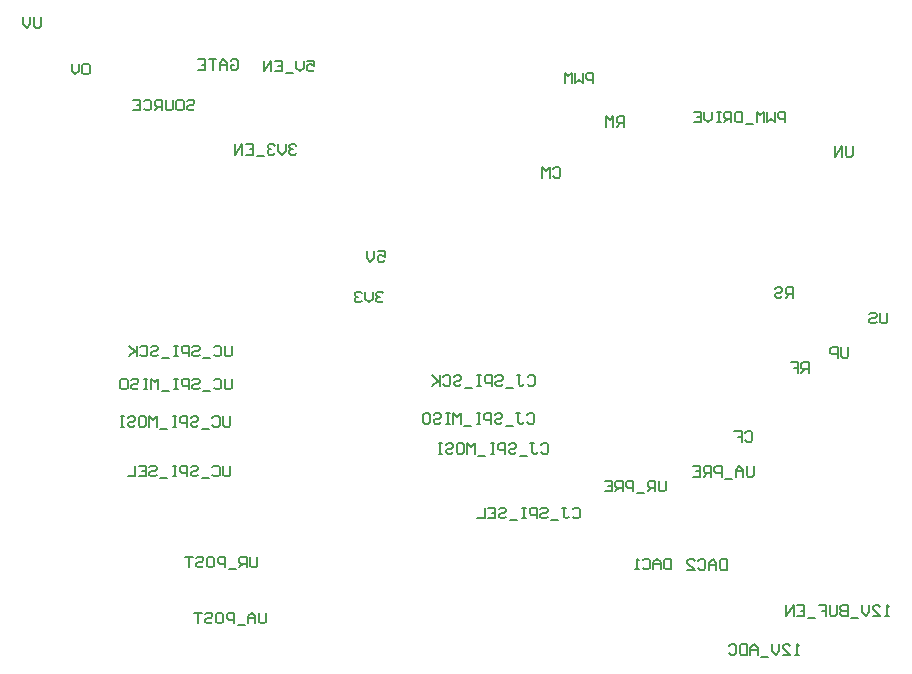
<source format=gbo>
G04*
G04 #@! TF.GenerationSoftware,Altium Limited,Altium Designer,18.1.9 (240)*
G04*
G04 Layer_Color=32896*
%FSLAX25Y25*%
%MOIN*%
G70*
G01*
G75*
%ADD15C,0.00800*%
D15*
X257601Y90999D02*
X258201Y91599D01*
X259400D01*
X260000Y90999D01*
Y88600D01*
X259400Y88000D01*
X258201D01*
X257601Y88600D01*
X254002Y91599D02*
X255202D01*
X254602D01*
Y88600D01*
X255202Y88000D01*
X255801D01*
X256401Y88600D01*
X252802Y87400D02*
X250403D01*
X246804Y90999D02*
X247404Y91599D01*
X248604D01*
X249203Y90999D01*
Y90399D01*
X248604Y89799D01*
X247404D01*
X246804Y89200D01*
Y88600D01*
X247404Y88000D01*
X248604D01*
X249203Y88600D01*
X245605Y88000D02*
Y91599D01*
X243805D01*
X243205Y90999D01*
Y89799D01*
X243805Y89200D01*
X245605D01*
X242006Y91599D02*
X240806D01*
X241406D01*
Y88000D01*
X242006D01*
X240806D01*
X239007Y87400D02*
X236608D01*
X233009Y90999D02*
X233609Y91599D01*
X234808D01*
X235408Y90999D01*
Y90399D01*
X234808Y89799D01*
X233609D01*
X233009Y89200D01*
Y88600D01*
X233609Y88000D01*
X234808D01*
X235408Y88600D01*
X229410Y91599D02*
X231809D01*
Y88000D01*
X229410D01*
X231809Y89799D02*
X230609D01*
X228210Y91599D02*
Y88000D01*
X225811D01*
X247101Y112499D02*
X247701Y113099D01*
X248900D01*
X249500Y112499D01*
Y110100D01*
X248900Y109500D01*
X247701D01*
X247101Y110100D01*
X243502Y113099D02*
X244702D01*
X244102D01*
Y110100D01*
X244702Y109500D01*
X245301D01*
X245901Y110100D01*
X242302Y108900D02*
X239903D01*
X236304Y112499D02*
X236904Y113099D01*
X238104D01*
X238703Y112499D01*
Y111899D01*
X238104Y111299D01*
X236904D01*
X236304Y110700D01*
Y110100D01*
X236904Y109500D01*
X238104D01*
X238703Y110100D01*
X235105Y109500D02*
Y113099D01*
X233305D01*
X232705Y112499D01*
Y111299D01*
X233305Y110700D01*
X235105D01*
X231506Y113099D02*
X230306D01*
X230906D01*
Y109500D01*
X231506D01*
X230306D01*
X228507Y108900D02*
X226108D01*
X224908Y109500D02*
Y113099D01*
X223708Y111899D01*
X222509Y113099D01*
Y109500D01*
X219510Y113099D02*
X220709D01*
X221309Y112499D01*
Y110100D01*
X220709Y109500D01*
X219510D01*
X218910Y110100D01*
Y112499D01*
X219510Y113099D01*
X215311Y112499D02*
X215911Y113099D01*
X217110D01*
X217710Y112499D01*
Y111899D01*
X217110Y111299D01*
X215911D01*
X215311Y110700D01*
Y110100D01*
X215911Y109500D01*
X217110D01*
X217710Y110100D01*
X214111Y113099D02*
X212912D01*
X213512D01*
Y109500D01*
X214111D01*
X212912D01*
X242434Y122499D02*
X243034Y123099D01*
X244233D01*
X244833Y122499D01*
Y120100D01*
X244233Y119500D01*
X243034D01*
X242434Y120100D01*
X238835Y123099D02*
X240035D01*
X239435D01*
Y120100D01*
X240035Y119500D01*
X240634D01*
X241234Y120100D01*
X237635Y118900D02*
X235236D01*
X231637Y122499D02*
X232237Y123099D01*
X233437D01*
X234036Y122499D01*
Y121899D01*
X233437Y121299D01*
X232237D01*
X231637Y120700D01*
Y120100D01*
X232237Y119500D01*
X233437D01*
X234036Y120100D01*
X230438Y119500D02*
Y123099D01*
X228638D01*
X228039Y122499D01*
Y121299D01*
X228638Y120700D01*
X230438D01*
X226839Y123099D02*
X225639D01*
X226239D01*
Y119500D01*
X226839D01*
X225639D01*
X223840Y118900D02*
X221441D01*
X220241Y119500D02*
Y123099D01*
X219041Y121899D01*
X217842Y123099D01*
Y119500D01*
X216642Y123099D02*
X215442D01*
X216042D01*
Y119500D01*
X216642D01*
X215442D01*
X211244Y122499D02*
X211844Y123099D01*
X213043D01*
X213643Y122499D01*
Y121899D01*
X213043Y121299D01*
X211844D01*
X211244Y120700D01*
Y120100D01*
X211844Y119500D01*
X213043D01*
X213643Y120100D01*
X208245Y123099D02*
X209444D01*
X210044Y122499D01*
Y120100D01*
X209444Y119500D01*
X208245D01*
X207645Y120100D01*
Y122499D01*
X208245Y123099D01*
X242601Y135058D02*
X243201Y135658D01*
X244400D01*
X245000Y135058D01*
Y132659D01*
X244400Y132059D01*
X243201D01*
X242601Y132659D01*
X239002Y135658D02*
X240201D01*
X239602D01*
Y132659D01*
X240201Y132059D01*
X240801D01*
X241401Y132659D01*
X237802Y131459D02*
X235403D01*
X231804Y135058D02*
X232404Y135658D01*
X233604D01*
X234204Y135058D01*
Y134458D01*
X233604Y133859D01*
X232404D01*
X231804Y133259D01*
Y132659D01*
X232404Y132059D01*
X233604D01*
X234204Y132659D01*
X230605Y132059D02*
Y135658D01*
X228805D01*
X228205Y135058D01*
Y133859D01*
X228805Y133259D01*
X230605D01*
X227006Y135658D02*
X225806D01*
X226406D01*
Y132059D01*
X227006D01*
X225806D01*
X224007Y131459D02*
X221607D01*
X218009Y135058D02*
X218608Y135658D01*
X219808D01*
X220408Y135058D01*
Y134458D01*
X219808Y133859D01*
X218608D01*
X218009Y133259D01*
Y132659D01*
X218608Y132059D01*
X219808D01*
X220408Y132659D01*
X214410Y135058D02*
X215010Y135658D01*
X216209D01*
X216809Y135058D01*
Y132659D01*
X216209Y132059D01*
X215010D01*
X214410Y132659D01*
X213210Y135658D02*
Y132059D01*
Y133259D01*
X210811Y135658D01*
X212610Y133859D01*
X210811Y132059D01*
X144000Y134599D02*
Y131600D01*
X143400Y131000D01*
X142201D01*
X141601Y131600D01*
Y134599D01*
X138002Y133999D02*
X138602Y134599D01*
X139801D01*
X140401Y133999D01*
Y131600D01*
X139801Y131000D01*
X138602D01*
X138002Y131600D01*
X136802Y130400D02*
X134403D01*
X130804Y133999D02*
X131404Y134599D01*
X132604D01*
X133203Y133999D01*
Y133399D01*
X132604Y132799D01*
X131404D01*
X130804Y132200D01*
Y131600D01*
X131404Y131000D01*
X132604D01*
X133203Y131600D01*
X129605Y131000D02*
Y134599D01*
X127805D01*
X127205Y133999D01*
Y132799D01*
X127805Y132200D01*
X129605D01*
X126006Y134599D02*
X124806D01*
X125406D01*
Y131000D01*
X126006D01*
X124806D01*
X123007Y130400D02*
X120607D01*
X119408Y131000D02*
Y134599D01*
X118208Y133399D01*
X117009Y134599D01*
Y131000D01*
X115809Y134599D02*
X114610D01*
X115209D01*
Y131000D01*
X115809D01*
X114610D01*
X110411Y133999D02*
X111011Y134599D01*
X112210D01*
X112810Y133999D01*
Y133399D01*
X112210Y132799D01*
X111011D01*
X110411Y132200D01*
Y131600D01*
X111011Y131000D01*
X112210D01*
X112810Y131600D01*
X107412Y134599D02*
X108611D01*
X109211Y133999D01*
Y131600D01*
X108611Y131000D01*
X107412D01*
X106812Y131600D01*
Y133999D01*
X107412Y134599D01*
X143500Y122099D02*
Y119100D01*
X142900Y118500D01*
X141701D01*
X141101Y119100D01*
Y122099D01*
X137502Y121499D02*
X138102Y122099D01*
X139301D01*
X139901Y121499D01*
Y119100D01*
X139301Y118500D01*
X138102D01*
X137502Y119100D01*
X136302Y117900D02*
X133903D01*
X130304Y121499D02*
X130904Y122099D01*
X132104D01*
X132703Y121499D01*
Y120899D01*
X132104Y120299D01*
X130904D01*
X130304Y119700D01*
Y119100D01*
X130904Y118500D01*
X132104D01*
X132703Y119100D01*
X129105Y118500D02*
Y122099D01*
X127305D01*
X126705Y121499D01*
Y120299D01*
X127305Y119700D01*
X129105D01*
X125506Y122099D02*
X124306D01*
X124906D01*
Y118500D01*
X125506D01*
X124306D01*
X122507Y117900D02*
X120107D01*
X118908Y118500D02*
Y122099D01*
X117708Y120899D01*
X116509Y122099D01*
Y118500D01*
X113510Y122099D02*
X114709D01*
X115309Y121499D01*
Y119100D01*
X114709Y118500D01*
X113510D01*
X112910Y119100D01*
Y121499D01*
X113510Y122099D01*
X109311Y121499D02*
X109911Y122099D01*
X111110D01*
X111710Y121499D01*
Y120899D01*
X111110Y120299D01*
X109911D01*
X109311Y119700D01*
Y119100D01*
X109911Y118500D01*
X111110D01*
X111710Y119100D01*
X108111Y122099D02*
X106912D01*
X107512D01*
Y118500D01*
X108111D01*
X106912D01*
X143500Y105599D02*
Y102600D01*
X142900Y102000D01*
X141701D01*
X141101Y102600D01*
Y105599D01*
X137502Y104999D02*
X138102Y105599D01*
X139301D01*
X139901Y104999D01*
Y102600D01*
X139301Y102000D01*
X138102D01*
X137502Y102600D01*
X136302Y101400D02*
X133903D01*
X130304Y104999D02*
X130904Y105599D01*
X132104D01*
X132703Y104999D01*
Y104399D01*
X132104Y103799D01*
X130904D01*
X130304Y103200D01*
Y102600D01*
X130904Y102000D01*
X132104D01*
X132703Y102600D01*
X129105Y102000D02*
Y105599D01*
X127305D01*
X126705Y104999D01*
Y103799D01*
X127305Y103200D01*
X129105D01*
X125506Y105599D02*
X124306D01*
X124906D01*
Y102000D01*
X125506D01*
X124306D01*
X122507Y101400D02*
X120107D01*
X116509Y104999D02*
X117109Y105599D01*
X118308D01*
X118908Y104999D01*
Y104399D01*
X118308Y103799D01*
X117109D01*
X116509Y103200D01*
Y102600D01*
X117109Y102000D01*
X118308D01*
X118908Y102600D01*
X112910Y105599D02*
X115309D01*
Y102000D01*
X112910D01*
X115309Y103799D02*
X114110D01*
X111710Y105599D02*
Y102000D01*
X109311D01*
X144000Y145599D02*
Y142600D01*
X143400Y142000D01*
X142201D01*
X141601Y142600D01*
Y145599D01*
X138002Y144999D02*
X138602Y145599D01*
X139801D01*
X140401Y144999D01*
Y142600D01*
X139801Y142000D01*
X138602D01*
X138002Y142600D01*
X136802Y141400D02*
X134403D01*
X130804Y144999D02*
X131404Y145599D01*
X132604D01*
X133203Y144999D01*
Y144399D01*
X132604Y143799D01*
X131404D01*
X130804Y143200D01*
Y142600D01*
X131404Y142000D01*
X132604D01*
X133203Y142600D01*
X129605Y142000D02*
Y145599D01*
X127805D01*
X127205Y144999D01*
Y143799D01*
X127805Y143200D01*
X129605D01*
X126006Y145599D02*
X124806D01*
X125406D01*
Y142000D01*
X126006D01*
X124806D01*
X123007Y141400D02*
X120607D01*
X117009Y144999D02*
X117608Y145599D01*
X118808D01*
X119408Y144999D01*
Y144399D01*
X118808Y143799D01*
X117608D01*
X117009Y143200D01*
Y142600D01*
X117608Y142000D01*
X118808D01*
X119408Y142600D01*
X113410Y144999D02*
X114010Y145599D01*
X115209D01*
X115809Y144999D01*
Y142600D01*
X115209Y142000D01*
X114010D01*
X113410Y142600D01*
X112210Y145599D02*
Y142000D01*
Y143200D01*
X109811Y145599D01*
X111610Y143799D01*
X109811Y142000D01*
X251101Y204499D02*
X251701Y205099D01*
X252900D01*
X253500Y204499D01*
Y202100D01*
X252900Y201500D01*
X251701D01*
X251101Y202100D01*
X249901Y201500D02*
Y205099D01*
X248702Y203899D01*
X247502Y205099D01*
Y201500D01*
X274733Y218500D02*
Y222099D01*
X272934D01*
X272334Y221499D01*
Y220299D01*
X272934Y219700D01*
X274733D01*
X273533D02*
X272334Y218500D01*
X271134D02*
Y222099D01*
X269935Y220899D01*
X268735Y222099D01*
Y218500D01*
X264500Y233000D02*
Y236599D01*
X262701D01*
X262101Y235999D01*
Y234799D01*
X262701Y234200D01*
X264500D01*
X260901Y236599D02*
Y233000D01*
X259701Y234200D01*
X258502Y233000D01*
Y236599D01*
X257302Y233000D02*
Y236599D01*
X256103Y235399D01*
X254903Y236599D01*
Y233000D01*
X328500Y220000D02*
Y223599D01*
X326701D01*
X326101Y222999D01*
Y221799D01*
X326701Y221200D01*
X328500D01*
X324901Y223599D02*
Y220000D01*
X323702Y221200D01*
X322502Y220000D01*
Y223599D01*
X321302Y220000D02*
Y223599D01*
X320103Y222399D01*
X318903Y223599D01*
Y220000D01*
X317704Y219400D02*
X315304D01*
X314105Y223599D02*
Y220000D01*
X312305D01*
X311705Y220600D01*
Y222999D01*
X312305Y223599D01*
X314105D01*
X310506Y220000D02*
Y223599D01*
X308706D01*
X308107Y222999D01*
Y221799D01*
X308706Y221200D01*
X310506D01*
X309306D02*
X308107Y220000D01*
X306907Y223599D02*
X305707D01*
X306307D01*
Y220000D01*
X306907D01*
X305707D01*
X303908Y223599D02*
Y221200D01*
X302708Y220000D01*
X301509Y221200D01*
Y223599D01*
X297910D02*
X300309D01*
Y220000D01*
X297910D01*
X300309Y221799D02*
X299110D01*
X351000Y212099D02*
Y209100D01*
X350400Y208500D01*
X349201D01*
X348601Y209100D01*
Y212099D01*
X347401Y208500D02*
Y212099D01*
X345002Y208500D01*
Y212099D01*
X331000Y161500D02*
Y165099D01*
X329201D01*
X328601Y164499D01*
Y163299D01*
X329201Y162700D01*
X331000D01*
X329800D02*
X328601Y161500D01*
X325002Y164499D02*
X325602Y165099D01*
X326801D01*
X327401Y164499D01*
Y163899D01*
X326801Y163299D01*
X325602D01*
X325002Y162700D01*
Y162100D01*
X325602Y161500D01*
X326801D01*
X327401Y162100D01*
X362500Y156599D02*
Y153600D01*
X361900Y153000D01*
X360701D01*
X360101Y153600D01*
Y156599D01*
X356502Y155999D02*
X357102Y156599D01*
X358301D01*
X358901Y155999D01*
Y155399D01*
X358301Y154799D01*
X357102D01*
X356502Y154200D01*
Y153600D01*
X357102Y153000D01*
X358301D01*
X358901Y153600D01*
X349500Y145099D02*
Y142100D01*
X348900Y141500D01*
X347701D01*
X347101Y142100D01*
Y145099D01*
X345901Y141500D02*
Y145099D01*
X344102D01*
X343502Y144499D01*
Y143299D01*
X344102Y142700D01*
X345901D01*
X336250Y136500D02*
Y140099D01*
X334451D01*
X333851Y139499D01*
Y138299D01*
X334451Y137700D01*
X336250D01*
X335050D02*
X333851Y136500D01*
X330252Y140099D02*
X332651D01*
Y138299D01*
X331452D01*
X332651D01*
Y136500D01*
X315101Y116499D02*
X315701Y117099D01*
X316900D01*
X317500Y116499D01*
Y114100D01*
X316900Y113500D01*
X315701D01*
X315101Y114100D01*
X311502Y117099D02*
X313901D01*
Y115299D01*
X312702D01*
X313901D01*
Y113500D01*
X288661Y100599D02*
Y97600D01*
X288062Y97000D01*
X286862D01*
X286262Y97600D01*
Y100599D01*
X285063Y97000D02*
Y100599D01*
X283263D01*
X282663Y99999D01*
Y98799D01*
X283263Y98200D01*
X285063D01*
X283863D02*
X282663Y97000D01*
X281464Y96400D02*
X279064D01*
X277865Y97000D02*
Y100599D01*
X276065D01*
X275466Y99999D01*
Y98799D01*
X276065Y98200D01*
X277865D01*
X274266Y97000D02*
Y100599D01*
X272467D01*
X271867Y99999D01*
Y98799D01*
X272467Y98200D01*
X274266D01*
X273066D02*
X271867Y97000D01*
X268268Y100599D02*
X270667D01*
Y97000D01*
X268268D01*
X270667Y98799D02*
X269468D01*
X318000Y105499D02*
Y102500D01*
X317400Y101900D01*
X316201D01*
X315601Y102500D01*
Y105499D01*
X314401Y101900D02*
Y104299D01*
X313201Y105499D01*
X312002Y104299D01*
Y101900D01*
Y103699D01*
X314401D01*
X310802Y101300D02*
X308403D01*
X307204Y101900D02*
Y105499D01*
X305404D01*
X304804Y104899D01*
Y103699D01*
X305404Y103100D01*
X307204D01*
X303605Y101900D02*
Y105499D01*
X301805D01*
X301205Y104899D01*
Y103699D01*
X301805Y103100D01*
X303605D01*
X302405D02*
X301205Y101900D01*
X297607Y105499D02*
X300006D01*
Y101900D01*
X297607D01*
X300006Y103699D02*
X298806D01*
X155465Y56599D02*
Y53600D01*
X154866Y53000D01*
X153666D01*
X153066Y53600D01*
Y56599D01*
X151866Y53000D02*
Y55399D01*
X150667Y56599D01*
X149467Y55399D01*
Y53000D01*
Y54799D01*
X151866D01*
X148268Y52400D02*
X145869D01*
X144669Y53000D02*
Y56599D01*
X142869D01*
X142270Y55999D01*
Y54799D01*
X142869Y54200D01*
X144669D01*
X139271Y56599D02*
X140470D01*
X141070Y55999D01*
Y53600D01*
X140470Y53000D01*
X139271D01*
X138671Y53600D01*
Y55999D01*
X139271Y56599D01*
X135072Y55999D02*
X135672Y56599D01*
X136871D01*
X137471Y55999D01*
Y55399D01*
X136871Y54799D01*
X135672D01*
X135072Y54200D01*
Y53600D01*
X135672Y53000D01*
X136871D01*
X137471Y53600D01*
X133872Y56599D02*
X131473D01*
X132673D01*
Y53000D01*
X152500Y75249D02*
Y72250D01*
X151900Y71650D01*
X150701D01*
X150101Y72250D01*
Y75249D01*
X148901Y71650D02*
Y75249D01*
X147102D01*
X146502Y74649D01*
Y73449D01*
X147102Y72850D01*
X148901D01*
X147702D02*
X146502Y71650D01*
X145302Y71050D02*
X142903D01*
X141703Y71650D02*
Y75249D01*
X139904D01*
X139304Y74649D01*
Y73449D01*
X139904Y72850D01*
X141703D01*
X136305Y75249D02*
X137505D01*
X138105Y74649D01*
Y72250D01*
X137505Y71650D01*
X136305D01*
X135705Y72250D01*
Y74649D01*
X136305Y75249D01*
X132107Y74649D02*
X132706Y75249D01*
X133906D01*
X134506Y74649D01*
Y74049D01*
X133906Y73449D01*
X132706D01*
X132107Y72850D01*
Y72250D01*
X132706Y71650D01*
X133906D01*
X134506Y72250D01*
X130907Y75249D02*
X128508D01*
X129707D01*
Y71650D01*
X309000Y74399D02*
Y70800D01*
X307201D01*
X306601Y71400D01*
Y73799D01*
X307201Y74399D01*
X309000D01*
X305401Y70800D02*
Y73199D01*
X304202Y74399D01*
X303002Y73199D01*
Y70800D01*
Y72599D01*
X305401D01*
X299403Y73799D02*
X300003Y74399D01*
X301203D01*
X301802Y73799D01*
Y71400D01*
X301203Y70800D01*
X300003D01*
X299403Y71400D01*
X295804Y70800D02*
X298203D01*
X295804Y73199D01*
Y73799D01*
X296404Y74399D01*
X297604D01*
X298203Y73799D01*
X290500Y74599D02*
Y71000D01*
X288701D01*
X288101Y71600D01*
Y73999D01*
X288701Y74599D01*
X290500D01*
X286901Y71000D02*
Y73399D01*
X285701Y74599D01*
X284502Y73399D01*
Y71000D01*
Y72799D01*
X286901D01*
X280903Y73999D02*
X281503Y74599D01*
X282702D01*
X283302Y73999D01*
Y71600D01*
X282702Y71000D01*
X281503D01*
X280903Y71600D01*
X279703Y71000D02*
X278504D01*
X279104D01*
Y74599D01*
X279703Y73999D01*
X333016Y42500D02*
X331817D01*
X332417D01*
Y46099D01*
X333016Y45499D01*
X327618Y42500D02*
X330017D01*
X327618Y44899D01*
Y45499D01*
X328218Y46099D01*
X329418D01*
X330017Y45499D01*
X326419Y46099D02*
Y43700D01*
X325219Y42500D01*
X324019Y43700D01*
Y46099D01*
X322820Y41900D02*
X320421D01*
X319221Y42500D02*
Y44899D01*
X318021Y46099D01*
X316822Y44899D01*
Y42500D01*
Y44299D01*
X319221D01*
X315622Y46099D02*
Y42500D01*
X313823D01*
X313223Y43100D01*
Y45499D01*
X313823Y46099D01*
X315622D01*
X309624Y45499D02*
X310224Y46099D01*
X311423D01*
X312023Y45499D01*
Y43100D01*
X311423Y42500D01*
X310224D01*
X309624Y43100D01*
X363000Y55500D02*
X361800D01*
X362400D01*
Y59099D01*
X363000Y58499D01*
X357602Y55500D02*
X360001D01*
X357602Y57899D01*
Y58499D01*
X358202Y59099D01*
X359401D01*
X360001Y58499D01*
X356402Y59099D02*
Y56700D01*
X355203Y55500D01*
X354003Y56700D01*
Y59099D01*
X352803Y54900D02*
X350404D01*
X349204Y59099D02*
Y55500D01*
X347405D01*
X346805Y56100D01*
Y56700D01*
X347405Y57299D01*
X349204D01*
X347405D01*
X346805Y57899D01*
Y58499D01*
X347405Y59099D01*
X349204D01*
X345606D02*
Y56100D01*
X345006Y55500D01*
X343806D01*
X343206Y56100D01*
Y59099D01*
X339608D02*
X342007D01*
Y57299D01*
X340807D01*
X342007D01*
Y55500D01*
X338408Y54900D02*
X336009D01*
X332410Y59099D02*
X334809D01*
Y55500D01*
X332410D01*
X334809Y57299D02*
X333610D01*
X331210Y55500D02*
Y59099D01*
X328811Y55500D01*
Y59099D01*
X194500Y162999D02*
X193900Y163599D01*
X192701D01*
X192101Y162999D01*
Y162399D01*
X192701Y161799D01*
X193300D01*
X192701D01*
X192101Y161200D01*
Y160600D01*
X192701Y160000D01*
X193900D01*
X194500Y160600D01*
X190901Y163599D02*
Y161200D01*
X189701Y160000D01*
X188502Y161200D01*
Y163599D01*
X187302Y162999D02*
X186703Y163599D01*
X185503D01*
X184903Y162999D01*
Y162399D01*
X185503Y161799D01*
X186103D01*
X185503D01*
X184903Y161200D01*
Y160600D01*
X185503Y160000D01*
X186703D01*
X187302Y160600D01*
X192601Y177099D02*
X195000D01*
Y175299D01*
X193800Y175899D01*
X193201D01*
X192601Y175299D01*
Y174100D01*
X193201Y173500D01*
X194400D01*
X195000Y174100D01*
X191401Y177099D02*
Y174700D01*
X190201Y173500D01*
X189002Y174700D01*
Y177099D01*
X165500Y212259D02*
X164900Y212859D01*
X163701D01*
X163101Y212259D01*
Y211659D01*
X163701Y211059D01*
X164300D01*
X163701D01*
X163101Y210459D01*
Y209860D01*
X163701Y209260D01*
X164900D01*
X165500Y209860D01*
X161901Y212859D02*
Y210459D01*
X160702Y209260D01*
X159502Y210459D01*
Y212859D01*
X158302Y212259D02*
X157703Y212859D01*
X156503D01*
X155903Y212259D01*
Y211659D01*
X156503Y211059D01*
X157103D01*
X156503D01*
X155903Y210459D01*
Y209860D01*
X156503Y209260D01*
X157703D01*
X158302Y209860D01*
X154703Y208660D02*
X152304D01*
X148705Y212859D02*
X151105D01*
Y209260D01*
X148705D01*
X151105Y211059D02*
X149905D01*
X147506Y209260D02*
Y212859D01*
X145107Y209260D01*
Y212859D01*
X169101Y240599D02*
X171500D01*
Y238799D01*
X170300Y239399D01*
X169701D01*
X169101Y238799D01*
Y237600D01*
X169701Y237000D01*
X170900D01*
X171500Y237600D01*
X167901Y240599D02*
Y238200D01*
X166701Y237000D01*
X165502Y238200D01*
Y240599D01*
X164302Y236400D02*
X161903D01*
X158304Y240599D02*
X160704D01*
Y237000D01*
X158304D01*
X160704Y238799D02*
X159504D01*
X157105Y237000D02*
Y240599D01*
X154705Y237000D01*
Y240599D01*
X129101Y227011D02*
X129701Y227611D01*
X130900D01*
X131500Y227011D01*
Y226411D01*
X130900Y225811D01*
X129701D01*
X129101Y225211D01*
Y224612D01*
X129701Y224012D01*
X130900D01*
X131500Y224612D01*
X126102Y227611D02*
X127301D01*
X127901Y227011D01*
Y224612D01*
X127301Y224012D01*
X126102D01*
X125502Y224612D01*
Y227011D01*
X126102Y227611D01*
X124302D02*
Y224612D01*
X123703Y224012D01*
X122503D01*
X121903Y224612D01*
Y227611D01*
X120703Y224012D02*
Y227611D01*
X118904D01*
X118304Y227011D01*
Y225811D01*
X118904Y225211D01*
X120703D01*
X119504D02*
X118304Y224012D01*
X114705Y227011D02*
X115305Y227611D01*
X116505D01*
X117105Y227011D01*
Y224612D01*
X116505Y224012D01*
X115305D01*
X114705Y224612D01*
X111107Y227611D02*
X113506D01*
Y224012D01*
X111107D01*
X113506Y225811D02*
X112306D01*
X143546Y240454D02*
X144146Y241054D01*
X145346D01*
X145946Y240454D01*
Y238055D01*
X145346Y237455D01*
X144146D01*
X143546Y238055D01*
Y239254D01*
X144746D01*
X142347Y237455D02*
Y239854D01*
X141147Y241054D01*
X139948Y239854D01*
Y237455D01*
Y239254D01*
X142347D01*
X138748Y241054D02*
X136349D01*
X137548D01*
Y237455D01*
X132750Y241054D02*
X135149D01*
Y237455D01*
X132750D01*
X135149Y239254D02*
X133949D01*
X94759Y239599D02*
X95959D01*
X96559Y238999D01*
Y236600D01*
X95959Y236000D01*
X94759D01*
X94159Y236600D01*
Y238999D01*
X94759Y239599D01*
X92960D02*
Y237200D01*
X91760Y236000D01*
X90561Y237200D01*
Y239599D01*
X80339Y255099D02*
Y252100D01*
X79739Y251500D01*
X78539D01*
X77939Y252100D01*
Y255099D01*
X76740D02*
Y252700D01*
X75540Y251500D01*
X74340Y252700D01*
Y255099D01*
M02*

</source>
